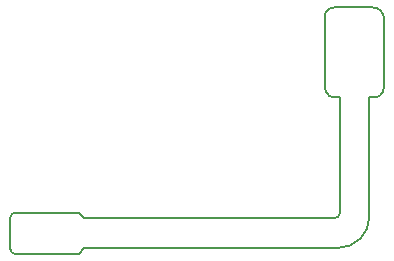
<source format=gbr>
%TF.GenerationSoftware,Altium Limited,Altium Designer,21.8.1 (53)*%
G04 Layer_Color=16711935*
%FSLAX45Y45*%
%MOMM*%
%TF.SameCoordinates,7374835A-4B4A-4399-96A1-91FF428CB2AC*%
%TF.FilePolarity,Positive*%
%TF.FileFunction,Other,Mechanical_1*%
%TF.Part,Single*%
G01*
G75*
%TA.AperFunction,NonConductor*%
%ADD24C,0.15240*%
D24*
X2745469Y300478D02*
G03*
X2792044Y347040I27J46548D01*
G01*
X2700529Y1337816D02*
G03*
X2723726Y1328573I25421J30067D01*
G01*
X2663308Y1424251D02*
G03*
X2700529Y1337816I118897J-31D01*
G01*
X2746307Y2087078D02*
G03*
X2663308Y2004078I-109J-82891D01*
G01*
X3165807Y1993278D02*
G03*
X3072008Y2087078I-93719J81D01*
G01*
X3127780Y1336022D02*
G03*
X3165804Y1408342I-49706J72290D01*
G01*
X3095364Y1326946D02*
G03*
X3127780Y1336022I0J62426D01*
G01*
X2777187Y50478D02*
G03*
X3042000Y315290I0J264813D01*
G01*
X2006Y41560D02*
G03*
X43460Y106I41453J0D01*
G01*
Y350108D02*
G03*
X2006Y308654I0J-41453D01*
G01*
X629910Y50478D02*
X2777187Y50478D01*
X44999Y-0D02*
X580372Y0D01*
X629910Y50478D01*
X629522Y300478D02*
X2745469D01*
X45015Y350015D02*
X579984Y350016D01*
X629522Y300478D01*
X3042005Y315298D02*
X3042005Y1326946D01*
X3095364D01*
X2792044Y347040D02*
X2792101Y1328573D01*
X2723726D02*
X2792101D01*
X2663308Y2004078D02*
X2663308Y1424251D01*
X2746308Y2087078D02*
X3072008D01*
X3165804Y1408343D02*
X3165808Y1993278D01*
X2006Y41560D02*
Y308654D01*
%TF.MD5,9e9cffb3fd4f0b70880cd71d53c37098*%
M02*

</source>
